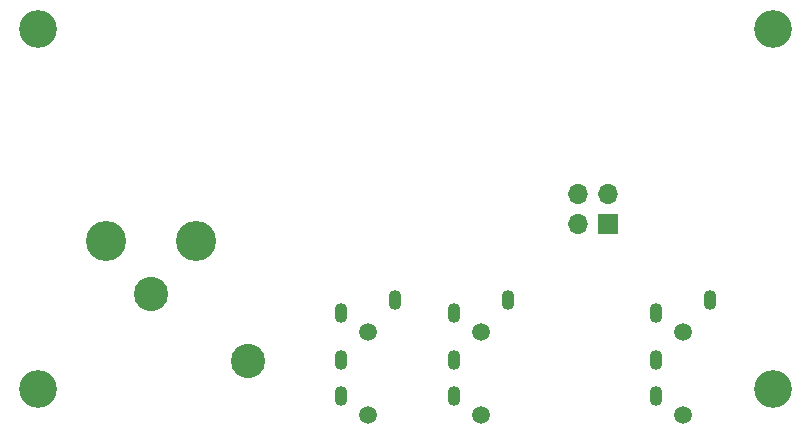
<source format=gbr>
%TF.GenerationSoftware,KiCad,Pcbnew,6.0.7-f9a2dced07~116~ubuntu20.04.1*%
%TF.CreationDate,2022-08-02T17:22:42-07:00*%
%TF.ProjectId,MicPreampTest,4d696350-7265-4616-9d70-546573742e6b,rev?*%
%TF.SameCoordinates,Original*%
%TF.FileFunction,Soldermask,Bot*%
%TF.FilePolarity,Negative*%
%FSLAX46Y46*%
G04 Gerber Fmt 4.6, Leading zero omitted, Abs format (unit mm)*
G04 Created by KiCad (PCBNEW 6.0.7-f9a2dced07~116~ubuntu20.04.1) date 2022-08-02 17:22:42*
%MOMM*%
%LPD*%
G01*
G04 APERTURE LIST*
%ADD10C,3.200000*%
%ADD11R,1.700000X1.700000*%
%ADD12O,1.700000X1.700000*%
%ADD13O,1.100000X1.700000*%
%ADD14C,1.500000*%
%ADD15C,3.400000*%
%ADD16C,2.900000*%
G04 APERTURE END LIST*
D10*
%TO.C,REF\u002A\u002A*%
X86360000Y-91440000D03*
%TD*%
%TO.C,REF\u002A\u002A*%
X86360000Y-60960000D03*
%TD*%
%TO.C,REF\u002A\u002A*%
X148590000Y-60960000D03*
%TD*%
%TO.C,REF\u002A\u002A*%
X148590000Y-91440000D03*
%TD*%
D11*
%TO.C,J2*%
X134625000Y-77475000D03*
D12*
X132085000Y-77475000D03*
X134625000Y-74935000D03*
X132085000Y-74935000D03*
%TD*%
D13*
%TO.C,J5*%
X112000000Y-92050000D03*
X112000000Y-89050000D03*
X112000000Y-85050000D03*
X116600000Y-83950000D03*
D14*
X114300000Y-93650000D03*
X114300000Y-86650000D03*
%TD*%
D13*
%TO.C,J4*%
X138670000Y-92050000D03*
X138670000Y-89050000D03*
X138670000Y-85050000D03*
X143270000Y-83950000D03*
D14*
X140970000Y-93650000D03*
X140970000Y-86650000D03*
%TD*%
D13*
%TO.C,J3*%
X121525000Y-92050000D03*
X121525000Y-89050000D03*
X121525000Y-85050000D03*
X126125000Y-83950000D03*
D14*
X123825000Y-93650000D03*
X123825000Y-86650000D03*
%TD*%
D15*
%TO.C,J1*%
X99695000Y-78960000D03*
X92075000Y-78960000D03*
D16*
X95885000Y-83410000D03*
X104135000Y-89120000D03*
%TD*%
M02*

</source>
